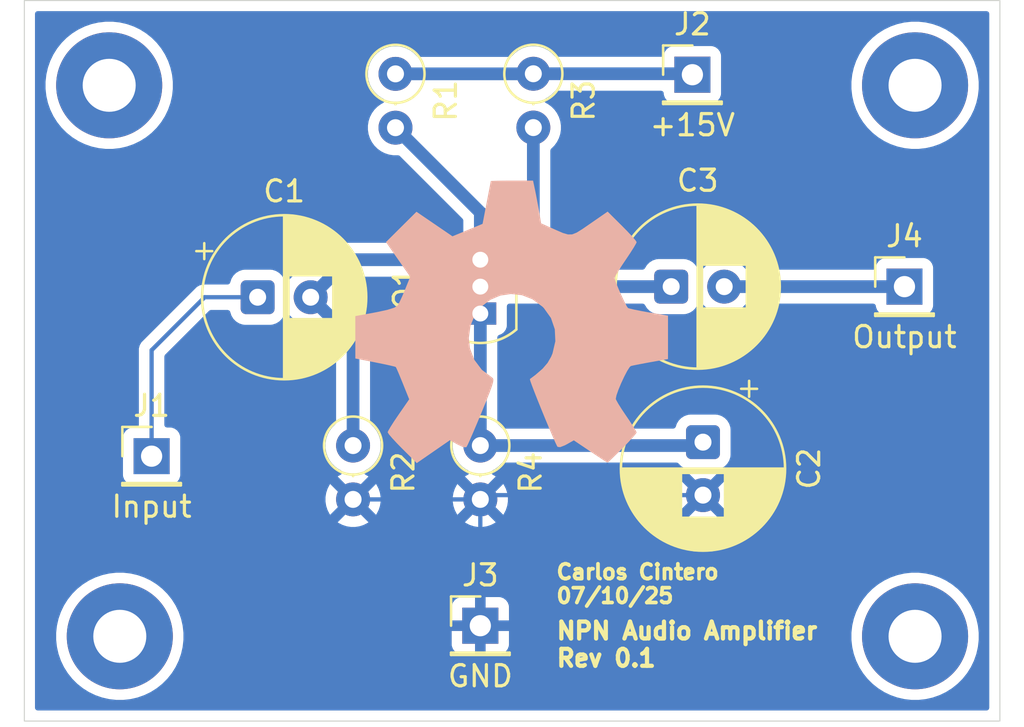
<source format=kicad_pcb>
(kicad_pcb (version 20241229) (generator "pcbnew") (generator_version "9.0")
  (title_block (title "Ejercicio 2 - Amplificador NPN de audio") (rev "v0.1") (company "la mia"))
  (layers (0 "F.Cu" signal) (2 "B.Cu" signal) (13 "F.Paste" user) (15 "B.Paste" user) (5 "F.SilkS" user "F.Silkscreen") (7 "B.SilkS" user "B.Silkscreen") (1 "F.Mask" user) (3 "B.Mask" user) (25 "Edge.Cuts" user))
  (net 0 "")
  (net 1 "Net-(J1-Pin_1)")
  (net 2 "Net-(Q1-B)")
  (net 3 "Net-(Q1-E)")
  (net 4 "GND")
  (net 5 "Net-(Q1-C)")
  (net 6 "Net-(J4-Pin_1)")
  (net 7 "+15V")
  (footprint "Resistor_THT:R_Axial_DIN0207_L6.3mm_D2.5mm_P2.54mm_Vertical" (layer "F.Cu") (at 140 90 -90)
    (property "Reference" "R2" (at 1.27 -2.37 90) (layer "F.SilkS"))
    (property "Value" "10k")
    (pad "1" thru_hole circle (at 0 0 270) (size 1.6 1.6) (drill 0.8) (layers "*.Cu" "*.Mask") (net 2 "Net-(Q1-B)"))
    (pad "2" thru_hole circle (at 2.54 0 270) (size 1.6 1.6) (drill 0.8) (layers "*.Cu" "*.Mask") (net 4 "GND"))
  )
  (footprint "Connector_PinHeader_2.54mm:PinHeader_1x01_P2.54mm_Vertical" (layer "F.Cu") (at 156 72.5)
    (property "Reference" "J2" (at 0 -2.38 0) (layer "F.SilkS"))
    (property "Value" "+15V" (at 0 2.38 0) (layer "F.SilkS"))
    (pad "1" thru_hole rect (at 0 0) (size 1.7 1.7) (drill 1) (layers "*.Cu" "*.Mask") (net 7 "+15V"))
  )
  (footprint "MountingHole:MountingHole_2.5mm_Pad" (layer "F.Cu") (at 129 99)
    (property "Reference" "H2")
    (property "Value" "MountingHole")
    (pad "1" thru_hole circle (at 0 0) (size 5 5) (drill 2.5) (layers "*.Cu" "*.Mask"))
  )
  (footprint "Capacitor_THT:CP_Radial_D7.5mm_P2.50mm" (layer "F.Cu") (at 155 82.5)
    (property "Reference" "C3" (at 1.25 -5 0) (layer "F.SilkS"))
    (property "Value" "1u")
    (pad "1" thru_hole roundrect (at 0 0) (size 1.6 1.6) (drill 0.8) (layers "*.Cu" "*.Mask") (roundrect_rratio 0.15625) (net 5 "Net-(Q1-C)"))
    (pad "2" thru_hole circle (at 2.5 0) (size 1.6 1.6) (drill 0.8) (layers "*.Cu" "*.Mask") (net 6 "Net-(J4-Pin_1)"))
  )
  (footprint "MountingHole:MountingHole_2.5mm_Pad" (layer "F.Cu") (at 166.5 73)
    (property "Reference" "H4")
    (property "Value" "MountingHole")
    (pad "1" thru_hole circle (at 0 0) (size 5 5) (drill 2.5) (layers "*.Cu" "*.Mask"))
  )
  (footprint "Package_TO_SOT_THT:TO-92L_Inline" (layer "F.Cu") (at 146 83.77 90)
    (property "Reference" "Q1" (at 1.19 -3.56 90) (layer "F.SilkS"))
    (property "Value" "2N3904")
    (pad "1" thru_hole rect (at 0 0 90) (size 1.05 1.5) (drill 0.75) (layers "*.Cu" "*.Mask") (net 3 "Net-(Q1-E)"))
    (pad "2" thru_hole oval (at 1.27 0 90) (size 1.05 1.5) (drill 0.75) (layers "*.Cu" "*.Mask") (net 5 "Net-(Q1-C)"))
    (pad "3" thru_hole oval (at 2.54 0 90) (size 1.05 1.5) (drill 0.75) (layers "*.Cu" "*.Mask") (net 2 "Net-(Q1-B)"))
  )
  (footprint "MountingHole:MountingHole_2.5mm_Pad" (layer "F.Cu") (at 166.5 99)
    (property "Reference" "H3")
    (property "Value" "MountingHole")
    (pad "1" thru_hole circle (at 0 0) (size 5 5) (drill 2.5) (layers "*.Cu" "*.Mask"))
  )
  (footprint "Capacitor_THT:CP_Radial_D7.5mm_P2.50mm" (layer "F.Cu") (at 156.5 89.838606 -90)
    (property "Reference" "C2" (at 1.25 -5 90) (layer "F.SilkS"))
    (property "Value" "47u")
    (pad "1" thru_hole roundrect (at 0 0 270) (size 1.6 1.6) (drill 0.8) (layers "*.Cu" "*.Mask") (roundrect_rratio 0.15625) (net 3 "Net-(Q1-E)"))
    (pad "2" thru_hole circle (at 2.5 0 270) (size 1.6 1.6) (drill 0.8) (layers "*.Cu" "*.Mask") (net 4 "GND"))
  )
  (footprint "Connector_PinHeader_2.54mm:PinHeader_1x01_P2.54mm_Vertical" (layer "F.Cu") (at 146 98.5)
    (property "Reference" "J3" (at 0 -2.38 0) (layer "F.SilkS"))
    (property "Value" "GND" (at 0 2.38 0) (layer "F.SilkS"))
    (pad "1" thru_hole rect (at 0 0) (size 1.7 1.7) (drill 1) (layers "*.Cu" "*.Mask") (net 4 "GND"))
  )
  (footprint "MountingHole:MountingHole_2.5mm_Pad" (layer "F.Cu") (at 128.5 73)
    (property "Reference" "H1")
    (property "Value" "MountingHole")
    (pad "1" thru_hole circle (at 0 0) (size 5 5) (drill 2.5) (layers "*.Cu" "*.Mask"))
  )
  (footprint "Connector_PinHeader_2.54mm:PinHeader_1x01_P2.54mm_Vertical" (layer "F.Cu") (at 166 82.5)
    (property "Reference" "J4" (at 0 -2.38 0) (layer "F.SilkS"))
    (property "Value" "Output" (at 0 2.38 0) (layer "F.SilkS"))
    (pad "1" thru_hole rect (at 0 0) (size 1.7 1.7) (drill 1) (layers "*.Cu" "*.Mask") (net 6 "Net-(J4-Pin_1)"))
  )
  (footprint "Resistor_THT:R_Axial_DIN0207_L6.3mm_D2.5mm_P2.54mm_Vertical" (layer "F.Cu") (at 146 90 -90)
    (property "Reference" "R4" (at 1.27 -2.37 90) (layer "F.SilkS"))
    (property "Value" "680")
    (pad "1" thru_hole circle (at 0 0 270) (size 1.6 1.6) (drill 0.8) (layers "*.Cu" "*.Mask") (net 3 "Net-(Q1-E)"))
    (pad "2" thru_hole circle (at 2.54 0 270) (size 1.6 1.6) (drill 0.8) (layers "*.Cu" "*.Mask") (net 4 "GND"))
  )
  (footprint "Capacitor_THT:CP_Radial_D7.5mm_P2.50mm" (layer "F.Cu") (at 135.5 83)
    (property "Reference" "C1" (at 1.25 -5 0) (layer "F.SilkS"))
    (property "Value" "1u")
    (pad "1" thru_hole roundrect (at 0 0) (size 1.6 1.6) (drill 0.8) (layers "*.Cu" "*.Mask") (roundrect_rratio 0.15625) (net 1 "Net-(J1-Pin_1)"))
    (pad "2" thru_hole circle (at 2.5 0) (size 1.6 1.6) (drill 0.8) (layers "*.Cu" "*.Mask") (net 2 "Net-(Q1-B)"))
  )
  (footprint "Resistor_THT:R_Axial_DIN0207_L6.3mm_D2.5mm_P2.54mm_Vertical" (layer "F.Cu") (at 148.5 72.455 -90)
    (property "Reference" "R3" (at 1.27 -2.37 90) (layer "F.SilkS"))
    (property "Value" "1k")
    (pad "1" thru_hole circle (at 0 0 270) (size 1.6 1.6) (drill 0.8) (layers "*.Cu" "*.Mask") (net 7 "+15V"))
    (pad "2" thru_hole circle (at 2.54 0 270) (size 1.6 1.6) (drill 0.8) (layers "*.Cu" "*.Mask") (net 5 "Net-(Q1-C)"))
  )
  (footprint "Resistor_THT:R_Axial_DIN0207_L6.3mm_D2.5mm_P2.54mm_Vertical" (layer "F.Cu") (at 142 72.46 -90)
    (property "Reference" "R1" (at 1.27 -2.37 90) (layer "F.SilkS"))
    (property "Value" "47k")
    (pad "1" thru_hole circle (at 0 0 270) (size 1.6 1.6) (drill 0.8) (layers "*.Cu" "*.Mask") (net 7 "+15V"))
    (pad "2" thru_hole circle (at 2.54 0 270) (size 1.6 1.6) (drill 0.8) (layers "*.Cu" "*.Mask") (net 2 "Net-(Q1-B)"))
  )
  (footprint "Connector_PinHeader_2.54mm:PinHeader_1x01_P2.54mm_Vertical" (layer "F.Cu") (at 130.5 90.5)
    (property "Reference" "J1" (at 0 -2.38 0) (layer "F.SilkS"))
    (property "Value" "Input" (at 0 2.38 0) (layer "F.SilkS"))
    (pad "1" thru_hole rect (at 0 0) (size 1.7 1.7) (drill 1) (layers "*.Cu" "*.Mask") (net 1 "Net-(J1-Pin_1)"))
  )
  (footprint "Library:huella-logo-OH" (layer "B.Cu") (at 147.5 87.5 180)
    (property "Reference" "G***" (hide yes))
    (property "Value" "LOGO" (hide yes))
  )
  (gr_rect (start 124.5 69) (end 170.5 103) (stroke (width 0.05)) (fill no) (layer "Edge.Cuts"))
  (gr_text "NPN Audio Amplifier\nRev 0.1" (at 149.5 100.5 0) (layer "F.SilkS") (effects (font (size 0.8 0.8) (thickness 0.2) (bold yes)) (justify left bottom)))
  (gr_text "Carlos Cintero\n07/10/25" (at 149.5 97.5 0) (layer "F.SilkS") (effects (font (size 0.7 0.7) (thickness 0.175) (bold yes)) (justify left bottom)))
  (segment (start 130.5 85.5) (end 130.5 90.5) (width 0.2) (layer "B.Cu") (net 1))
  (segment (start 135.5 83) (end 133 83) (width 0.2) (layer "B.Cu") (net 1))
  (segment (start 133 83) (end 130.5 85.5) (width 0.2) (layer "B.Cu") (net 1))
  (segment (start 146 81.23) (end 146 79) (width 0.6) (layer "B.Cu") (net 2))
  (segment (start 146 79) (end 142 75) (width 0.6) (layer "B.Cu") (net 2))
  (segment (start 138 83) (end 139.77 81.23) (width 0.6) (layer "B.Cu") (net 2))
  (segment (start 139.77 81.23) (end 146 81.23) (width 0.6) (layer "B.Cu") (net 2))
  (segment (start 140 85) (end 138 83) (width 0.6) (layer "B.Cu") (net 2))
  (segment (start 140 90) (end 140 85) (width 0.6) (layer "B.Cu") (net 2))
  (segment (start 146 83.77) (end 146 90) (width 0.6) (layer "B.Cu") (net 3))
  (segment (start 156.338606 90) (end 156.5 89.838606) (width 0.2) (layer "B.Cu") (net 3))
  (segment (start 146 90) (end 156.338606 90) (width 0.6) (layer "B.Cu") (net 3))
  (segment (start 146.201394 92.338606) (end 146 92.54) (width 0.2) (layer "B.Cu") (net 4))
  (segment (start 156.5 92.338606) (end 146.201394 92.338606) (width 0.2) (layer "B.Cu") (net 4))
  (segment (start 146 92.54) (end 140 92.54) (width 0.2) (layer "B.Cu") (net 4))
  (segment (start 146 98.5) (end 146 92.54) (width 0.2) (layer "B.Cu") (net 4))
  (segment (start 148.5 74.995) (end 148.5 82.5) (width 0.6) (layer "B.Cu") (net 5))
  (segment (start 146 82.5) (end 148.5 82.5) (width 0.6) (layer "B.Cu") (net 5))
  (segment (start 148.5 82.5) (end 155 82.5) (width 0.6) (layer "B.Cu") (net 5))
  (segment (start 166 82.5) (end 157.5 82.5) (width 0.6) (layer "B.Cu") (net 6))
  (segment (start 156 72.5) (end 155.955 72.455) (width 0.6) (layer "B.Cu") (net 7))
  (segment (start 148.495 72.46) (end 148.5 72.455) (width 0.2) (layer "B.Cu") (net 7))
  (segment (start 142 72.46) (end 148.495 72.46) (width 0.6) (layer "B.Cu") (net 7))
  (segment (start 155.955 72.455) (end 148.5 72.455) (width 0.6) (layer "B.Cu") (net 7))
  (zone (net 4) (net_name "GND") (layer "B.Cu") (connect_pads (clearance 0.5)) (min_thickness 0.25) (fill yes (thermal_gap 0.5) (thermal_bridge_width 0.5))
    (polygon (pts (xy 125 102.5) (xy 125 69.5) (xy 170 69.5) (xy 170 102.5)))
  )
)
</source>
